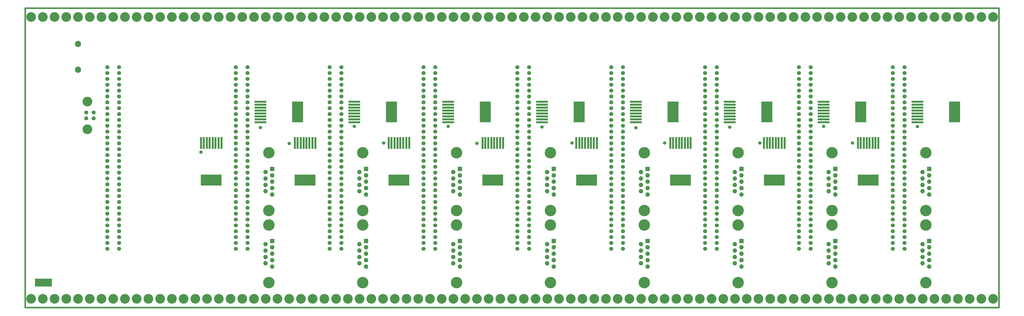
<source format=gbs>
%FSTAX23Y23*%
%MOIN*%
%SFA1B1*%

%IPPOS*%
%ADD13C,0.027559*%
%ADD27R,0.288188X0.134252*%
%ADD28C,0.106299*%
%ADD29C,0.165354*%
%ADD30C,0.068110*%
%ADD31C,0.195275*%
%ADD32R,0.074409X0.074409*%
%ADD33C,0.074409*%
%ADD34C,0.057874*%
%ADD35R,0.354330X0.185039*%
%ADD36R,0.037795X0.204724*%
%ADD37R,0.185039X0.354330*%
%ADD38R,0.204724X0.037795*%
%LNbackplane-1*%
%LPD*%
G54D13*
X01829Y02079D02*
X18429D01*
Y0719*
X01829D02*
X18429D01*
X01829D02*
Y02079D01*
G54D27*
X0214Y02507D03*
G54D28*
X02729Y0614D03*
Y06579D03*
G54D29*
X18129Y02229D03*
X17729D03*
X17329D03*
X16929D03*
X16529D03*
X16129D03*
X15729D03*
X15329D03*
X14929D03*
X14529D03*
X14129D03*
X13729D03*
X13329D03*
X12929D03*
X12529D03*
X12129D03*
X11729D03*
X11329D03*
X10929D03*
X10529D03*
X10129D03*
X09729D03*
X09329D03*
X08929D03*
X08529D03*
X08129D03*
X07729D03*
X07329D03*
X06929D03*
X06529D03*
X06129D03*
X05729D03*
X05329D03*
X04929D03*
X04529D03*
X04129D03*
X03729D03*
X03329D03*
X02929D03*
X02529D03*
X02129D03*
X18329Y02229D03*
X17929D03*
X17529D03*
X17129D03*
X16729D03*
X16329D03*
X15929D03*
X15529D03*
X15129D03*
X14729D03*
X14329D03*
X13929D03*
X13529D03*
X13129D03*
X12729D03*
X12329D03*
X11929D03*
X11529D03*
X11129D03*
X10729D03*
X10329D03*
X09929D03*
X09529D03*
X09129D03*
X08729D03*
X08329D03*
X07929D03*
X07529D03*
X07129D03*
X06729D03*
X06329D03*
X05929D03*
X05529D03*
X05129D03*
X04729D03*
X04329D03*
X03929D03*
X03529D03*
X03129D03*
X02729D03*
X02329D03*
X01929D03*
X18129Y0704D03*
X17729D03*
X17329D03*
X16929D03*
X16529D03*
X16129D03*
X15729D03*
X15329D03*
X14929D03*
X14529D03*
X14129D03*
X13729D03*
X13329D03*
X12929D03*
X12529D03*
X12129D03*
X11729D03*
X11329D03*
X10929D03*
X10529D03*
X10129D03*
X09729D03*
X09329D03*
X08929D03*
X08529D03*
X08129D03*
X07729D03*
X07329D03*
X06929D03*
X06529D03*
X06129D03*
X05729D03*
X05329D03*
X04929D03*
X04529D03*
X04129D03*
X03729D03*
X03329D03*
X02929D03*
X02529D03*
X02129D03*
D03*
X18329Y0704D03*
X17929D03*
X17529D03*
X17129D03*
X16729D03*
X16329D03*
X15929D03*
X15529D03*
X15129D03*
X14729D03*
X14329D03*
X13929D03*
X13529D03*
X13129D03*
X12729D03*
X12329D03*
X11929D03*
X11529D03*
X11129D03*
X10729D03*
X10329D03*
X09929D03*
X09529D03*
X09129D03*
X08729D03*
X08329D03*
X07929D03*
X07529D03*
X07129D03*
X06729D03*
X06329D03*
X05929D03*
X05529D03*
X05129D03*
X04729D03*
X04329D03*
X03929D03*
X03529D03*
X03129D03*
X02729D03*
X02329D03*
X02889Y05596D03*
Y05122D03*
X01929Y0704D03*
G54D30*
X0287Y0531D03*
Y05409D03*
X02996D03*
Y0531D03*
X1682Y06185D03*
Y06085D03*
Y05985D03*
Y05885D03*
Y05785D03*
Y05685D03*
Y05585D03*
Y05485D03*
Y05385D03*
Y05285D03*
Y05185D03*
Y05085D03*
Y04985D03*
Y04885D03*
Y04785D03*
Y04685D03*
Y04585D03*
Y04485D03*
Y04385D03*
Y04285D03*
Y04185D03*
Y04085D03*
Y03985D03*
Y03885D03*
Y03785D03*
Y03685D03*
Y03585D03*
Y03485D03*
Y03385D03*
Y03285D03*
Y03185D03*
Y03085D03*
X1662Y06185D03*
Y06085D03*
Y05985D03*
Y05885D03*
Y05785D03*
Y05685D03*
Y05585D03*
Y05485D03*
Y05385D03*
Y05285D03*
Y05185D03*
Y05085D03*
Y04985D03*
Y04885D03*
Y04785D03*
Y04685D03*
Y04585D03*
Y04485D03*
Y04385D03*
Y04285D03*
Y04185D03*
Y04085D03*
Y03985D03*
Y03885D03*
Y03785D03*
Y03685D03*
Y03585D03*
Y03485D03*
Y03385D03*
Y03285D03*
Y03185D03*
Y03085D03*
X1522Y06185D03*
Y06085D03*
Y05985D03*
Y05885D03*
Y05785D03*
Y05685D03*
Y05585D03*
Y05485D03*
Y05385D03*
Y05285D03*
Y05185D03*
Y05085D03*
Y04985D03*
Y04885D03*
Y04785D03*
Y04685D03*
Y04585D03*
Y04485D03*
Y04385D03*
Y04285D03*
Y04185D03*
Y04085D03*
Y03985D03*
Y03885D03*
Y03785D03*
Y03685D03*
Y03585D03*
Y03485D03*
Y03385D03*
Y03285D03*
Y03185D03*
Y03085D03*
X1502Y06185D03*
Y06085D03*
Y05985D03*
Y05885D03*
Y05785D03*
Y05685D03*
Y05585D03*
Y05485D03*
Y05385D03*
Y05285D03*
Y05185D03*
Y05085D03*
Y04985D03*
Y04885D03*
Y04785D03*
Y04685D03*
Y04585D03*
Y04485D03*
Y04385D03*
Y04285D03*
Y04185D03*
Y04085D03*
Y03985D03*
Y03885D03*
Y03785D03*
Y03685D03*
Y03585D03*
Y03485D03*
Y03385D03*
Y03285D03*
Y03185D03*
Y03085D03*
X1362Y06185D03*
Y06085D03*
Y05985D03*
Y05885D03*
Y05785D03*
Y05685D03*
Y05585D03*
Y05485D03*
Y05385D03*
Y05285D03*
Y05185D03*
Y05085D03*
Y04985D03*
Y04885D03*
Y04785D03*
Y04685D03*
Y04585D03*
Y04485D03*
Y04385D03*
Y04285D03*
Y04185D03*
Y04085D03*
Y03985D03*
Y03885D03*
Y03785D03*
Y03685D03*
Y03585D03*
Y03485D03*
Y03385D03*
Y03285D03*
Y03185D03*
Y03085D03*
X1342Y06185D03*
Y06085D03*
Y05985D03*
Y05885D03*
Y05785D03*
Y05685D03*
Y05585D03*
Y05485D03*
Y05385D03*
Y05285D03*
Y05185D03*
Y05085D03*
Y04985D03*
Y04885D03*
Y04785D03*
Y04685D03*
Y04585D03*
Y04485D03*
Y04385D03*
Y04285D03*
Y04185D03*
Y04085D03*
Y03985D03*
Y03885D03*
Y03785D03*
Y03685D03*
Y03585D03*
Y03485D03*
Y03385D03*
Y03285D03*
Y03185D03*
Y03085D03*
X1202Y06185D03*
Y06085D03*
Y05985D03*
Y05885D03*
Y05785D03*
Y05685D03*
Y05585D03*
Y05485D03*
Y05385D03*
Y05285D03*
Y05185D03*
Y05085D03*
Y04985D03*
Y04885D03*
Y04785D03*
Y04685D03*
Y04585D03*
Y04485D03*
Y04385D03*
Y04285D03*
Y04185D03*
Y04085D03*
Y03985D03*
Y03885D03*
Y03785D03*
Y03685D03*
Y03585D03*
Y03485D03*
Y03385D03*
Y03285D03*
Y03185D03*
Y03085D03*
X1182Y06185D03*
Y06085D03*
Y05985D03*
Y05885D03*
Y05785D03*
Y05685D03*
Y05585D03*
Y05485D03*
Y05385D03*
Y05285D03*
Y05185D03*
Y05085D03*
Y04985D03*
Y04885D03*
Y04785D03*
Y04685D03*
Y04585D03*
Y04485D03*
Y04385D03*
Y04285D03*
Y04185D03*
Y04085D03*
Y03985D03*
Y03885D03*
Y03785D03*
Y03685D03*
Y03585D03*
Y03485D03*
Y03385D03*
Y03285D03*
Y03185D03*
Y03085D03*
X1042Y06185D03*
Y06085D03*
Y05985D03*
Y05885D03*
Y05785D03*
Y05685D03*
Y05585D03*
Y05485D03*
Y05385D03*
Y05285D03*
Y05185D03*
Y05085D03*
Y04985D03*
Y04885D03*
Y04785D03*
Y04685D03*
Y04585D03*
Y04485D03*
Y04385D03*
Y04285D03*
Y04185D03*
Y04085D03*
Y03985D03*
Y03885D03*
Y03785D03*
Y03685D03*
Y03585D03*
Y03485D03*
Y03385D03*
Y03285D03*
Y03185D03*
Y03085D03*
X1022Y06185D03*
Y06085D03*
Y05985D03*
Y05885D03*
Y05785D03*
Y05685D03*
Y05585D03*
Y05485D03*
Y05385D03*
Y05285D03*
Y05185D03*
Y05085D03*
Y04985D03*
Y04885D03*
Y04785D03*
Y04685D03*
Y04585D03*
Y04485D03*
Y04385D03*
Y04285D03*
Y04185D03*
Y04085D03*
Y03985D03*
Y03885D03*
Y03785D03*
Y03685D03*
Y03585D03*
Y03485D03*
Y03385D03*
Y03285D03*
Y03185D03*
Y03085D03*
X0882Y06185D03*
Y06085D03*
Y05985D03*
Y05885D03*
Y05785D03*
Y05685D03*
Y05585D03*
Y05485D03*
Y05385D03*
Y05285D03*
Y05185D03*
Y05085D03*
Y04985D03*
Y04885D03*
Y04785D03*
Y04685D03*
Y04585D03*
Y04485D03*
Y04385D03*
Y04285D03*
Y04185D03*
Y04085D03*
Y03985D03*
Y03885D03*
Y03785D03*
Y03685D03*
Y03585D03*
Y03485D03*
Y03385D03*
Y03285D03*
Y03185D03*
Y03085D03*
X0862Y06185D03*
Y06085D03*
Y05985D03*
Y05885D03*
Y05785D03*
Y05685D03*
Y05585D03*
Y05485D03*
Y05385D03*
Y05285D03*
Y05185D03*
Y05085D03*
Y04985D03*
Y04885D03*
Y04785D03*
Y04685D03*
Y04585D03*
Y04485D03*
Y04385D03*
Y04285D03*
Y04185D03*
Y04085D03*
Y03985D03*
Y03885D03*
Y03785D03*
Y03685D03*
Y03585D03*
Y03485D03*
Y03385D03*
Y03285D03*
Y03185D03*
Y03085D03*
X0722Y06185D03*
Y06085D03*
Y05985D03*
Y05885D03*
Y05785D03*
Y05685D03*
Y05585D03*
Y05485D03*
Y05385D03*
Y05285D03*
Y05185D03*
Y05085D03*
Y04985D03*
Y04885D03*
Y04785D03*
Y04685D03*
Y04585D03*
Y04485D03*
Y04385D03*
Y04285D03*
Y04185D03*
Y04085D03*
Y03985D03*
Y03885D03*
Y03785D03*
Y03685D03*
Y03585D03*
Y03485D03*
Y03385D03*
Y03285D03*
Y03185D03*
Y03085D03*
X0702Y06185D03*
Y06085D03*
Y05985D03*
Y05885D03*
Y05785D03*
Y05685D03*
Y05585D03*
Y05485D03*
Y05385D03*
Y05285D03*
Y05185D03*
Y05085D03*
Y04985D03*
Y04885D03*
Y04785D03*
Y04685D03*
Y04585D03*
Y04485D03*
Y04385D03*
Y04285D03*
Y04185D03*
Y04085D03*
Y03985D03*
Y03885D03*
Y03785D03*
Y03685D03*
Y03585D03*
Y03485D03*
Y03385D03*
Y03285D03*
Y03185D03*
Y03085D03*
X03429Y06185D03*
Y06085D03*
Y05985D03*
Y05885D03*
Y05785D03*
Y05685D03*
Y05585D03*
Y05485D03*
Y05385D03*
Y05285D03*
Y05185D03*
Y05085D03*
Y04985D03*
Y04885D03*
Y04785D03*
Y04685D03*
Y04585D03*
Y04485D03*
Y04385D03*
Y04285D03*
Y04185D03*
Y04085D03*
Y03985D03*
Y03885D03*
Y03785D03*
Y03685D03*
Y03585D03*
Y03485D03*
Y03385D03*
Y03285D03*
Y03185D03*
Y03085D03*
X03229Y06185D03*
Y06085D03*
Y05985D03*
Y05885D03*
Y05785D03*
Y05685D03*
Y05585D03*
Y05485D03*
Y05385D03*
Y05285D03*
Y05185D03*
Y05085D03*
Y04985D03*
Y04885D03*
Y04785D03*
Y04685D03*
Y04585D03*
Y04485D03*
Y04385D03*
Y04285D03*
Y04185D03*
Y04085D03*
Y03985D03*
Y03885D03*
Y03785D03*
Y03685D03*
Y03585D03*
Y03485D03*
Y03385D03*
Y03285D03*
Y03185D03*
Y03085D03*
X0562Y06185D03*
Y06085D03*
Y05985D03*
Y05885D03*
Y05785D03*
Y05685D03*
Y05585D03*
Y05485D03*
Y05385D03*
Y05285D03*
Y05185D03*
Y05085D03*
Y04985D03*
Y04885D03*
Y04785D03*
Y04685D03*
Y04585D03*
Y04485D03*
Y04385D03*
Y04285D03*
Y04185D03*
Y04085D03*
Y03985D03*
Y03885D03*
Y03785D03*
Y03685D03*
Y03585D03*
Y03485D03*
Y03385D03*
Y03285D03*
Y03185D03*
Y03085D03*
X0542Y06185D03*
Y06085D03*
Y05985D03*
Y05885D03*
Y05785D03*
Y05685D03*
Y05585D03*
Y05485D03*
Y05385D03*
Y05285D03*
Y05185D03*
Y05085D03*
Y04985D03*
Y04885D03*
Y04785D03*
Y04685D03*
Y04585D03*
Y04485D03*
Y04385D03*
Y04285D03*
Y04185D03*
Y04085D03*
Y03985D03*
Y03885D03*
Y03785D03*
Y03685D03*
Y03585D03*
Y03485D03*
Y03385D03*
Y03285D03*
Y03185D03*
Y03085D03*
G54D31*
X05983Y02508D03*
Y03491D03*
Y03738D03*
Y04722D03*
X07583Y02508D03*
Y03491D03*
X09183Y02508D03*
Y03491D03*
X10783Y02508D03*
Y03491D03*
X12383Y02508D03*
Y03491D03*
X13983Y02508D03*
Y03491D03*
X15583Y02508D03*
Y03491D03*
X17183Y02508D03*
Y03491D03*
Y03738D03*
Y04722D03*
X15583Y03738D03*
Y04722D03*
X13983Y03738D03*
Y04722D03*
X12383Y03738D03*
Y04722D03*
X10783Y03738D03*
Y04722D03*
X09183Y03738D03*
Y04722D03*
X07583Y03738D03*
Y04722D03*
G54D32*
X06039Y03218D03*
Y04448D03*
X07639Y03218D03*
X09239D03*
X10839D03*
X12439D03*
X14039D03*
X15639D03*
X17239D03*
Y04448D03*
X15639D03*
X14039D03*
X12439D03*
X10839D03*
X09239D03*
X07639D03*
G54D33*
X05927Y03163D03*
X06039Y03109D03*
X05927Y03054D03*
X06039Y03D03*
X05927Y02945D03*
X06039Y0289D03*
X05927Y02836D03*
X06039Y02781D03*
X05927Y04393D03*
X06039Y04338D03*
X05927Y04284D03*
X06039Y04229D03*
X05927Y04175D03*
X06039Y0412D03*
X05927Y04066D03*
X06039Y04011D03*
X07527Y03163D03*
X07639Y03109D03*
X07527Y03054D03*
X07639Y03D03*
X07527Y02945D03*
X07639Y0289D03*
X07527Y02836D03*
X07639Y02781D03*
X09127Y03163D03*
X09239Y03109D03*
X09127Y03054D03*
X09239Y03D03*
X09127Y02945D03*
X09239Y0289D03*
X09127Y02836D03*
X09239Y02781D03*
X10727Y03163D03*
X10839Y03109D03*
X10727Y03054D03*
X10839Y03D03*
X10727Y02945D03*
X10839Y0289D03*
X10727Y02836D03*
X10839Y02781D03*
X12327Y03163D03*
X12439Y03109D03*
X12327Y03054D03*
X12439Y03D03*
X12327Y02945D03*
X12439Y0289D03*
X12327Y02836D03*
X12439Y02781D03*
X13927Y03163D03*
X14039Y03109D03*
X13927Y03054D03*
X14039Y03D03*
X13927Y02945D03*
X14039Y0289D03*
X13927Y02836D03*
X14039Y02781D03*
X15527Y03163D03*
X15639Y03109D03*
X15527Y03054D03*
X15639Y03D03*
X15527Y02945D03*
X15639Y0289D03*
X15527Y02836D03*
X15639Y02781D03*
X17127Y03163D03*
X17239Y03109D03*
X17127Y03054D03*
X17239Y03D03*
X17127Y02945D03*
X17239Y0289D03*
X17127Y02836D03*
X17239Y02781D03*
X17127Y04393D03*
X17239Y04338D03*
X17127Y04284D03*
X17239Y04229D03*
X17127Y04175D03*
X17239Y0412D03*
X17127Y04066D03*
X17239Y04011D03*
X15527Y04393D03*
X15639Y04338D03*
X15527Y04284D03*
X15639Y04229D03*
X15527Y04175D03*
X15639Y0412D03*
X15527Y04066D03*
X15639Y04011D03*
X13927Y04393D03*
X14039Y04338D03*
X13927Y04284D03*
X14039Y04229D03*
X13927Y04175D03*
X14039Y0412D03*
X13927Y04066D03*
X14039Y04011D03*
X12327Y04393D03*
X12439Y04338D03*
X12327Y04284D03*
X12439Y04229D03*
X12327Y04175D03*
X12439Y0412D03*
X12327Y04066D03*
X12439Y04011D03*
X10727Y04393D03*
X10839Y04338D03*
X10727Y04284D03*
X10839Y04229D03*
X10727Y04175D03*
X10839Y0412D03*
X10727Y04066D03*
X10839Y04011D03*
X09127Y04393D03*
X09239Y04338D03*
X09127Y04284D03*
X09239Y04229D03*
X09127Y04175D03*
X09239Y0412D03*
X09127Y04066D03*
X09239Y04011D03*
X07527Y04393D03*
X07639Y04338D03*
X07527Y04284D03*
X07639Y04229D03*
X07527Y04175D03*
X07639Y0412D03*
X07527Y04066D03*
X07639Y04011D03*
G54D34*
X1704Y0517D03*
X1544Y05174D03*
X1384Y05159D03*
X14354Y0489D03*
X15934D03*
X12729D03*
X1224Y0515D03*
X1115Y0489D03*
X1064Y05164D03*
X0904Y05174D03*
X09529Y04885D03*
X0794Y0489D03*
X0744Y05174D03*
X06329Y04879D03*
X0584Y05154D03*
X04825Y04735D03*
G54D35*
X162Y04258D03*
X146D03*
X13D03*
X114D03*
X098D03*
X082D03*
X066D03*
X05D03*
G54D36*
X16374Y0489D03*
X16324D03*
X16275D03*
X16224D03*
X16175D03*
X16125D03*
X16074D03*
X16025D03*
X14775D03*
X14725D03*
X14674D03*
X14625D03*
X14574D03*
X14524D03*
X14475D03*
X14424D03*
X13174D03*
X13125D03*
X13075D03*
X13024D03*
X12975D03*
X12925D03*
X12874D03*
X12825D03*
X11575D03*
X11524D03*
X11474D03*
X11425D03*
X11374D03*
X11324D03*
X11275D03*
X11224D03*
X09975D03*
X09925D03*
X09874D03*
X09824D03*
X09775D03*
X09724D03*
X09674D03*
X09625D03*
X08375D03*
X08325D03*
X08274D03*
X08224D03*
X08175D03*
X08125D03*
X08074D03*
X08025D03*
X06775D03*
X06725D03*
X06674D03*
X06624D03*
X06575D03*
X06525D03*
X06474D03*
X06425D03*
X05175D03*
X05125D03*
X05074D03*
X05025D03*
X04974D03*
X04925D03*
X04874D03*
X04825D03*
G54D37*
X17672Y0542D03*
X16072D03*
X14472D03*
X12872D03*
X11272D03*
X09672D03*
X08072D03*
X06472D03*
G54D38*
X1704Y05594D03*
Y05544D03*
Y05494D03*
Y05444D03*
Y05394D03*
Y05344D03*
Y05294D03*
Y05244D03*
X1544Y05594D03*
Y05544D03*
Y05494D03*
Y05444D03*
Y05394D03*
Y05344D03*
Y05294D03*
Y05244D03*
X1384Y05594D03*
Y05544D03*
Y05494D03*
Y05444D03*
Y05394D03*
Y05344D03*
Y05294D03*
Y05244D03*
X1224Y05594D03*
Y05544D03*
Y05494D03*
Y05444D03*
Y05394D03*
Y05344D03*
Y05294D03*
Y05244D03*
X1064Y05594D03*
Y05544D03*
Y05494D03*
Y05444D03*
Y05394D03*
Y05344D03*
Y05294D03*
Y05244D03*
X0904Y05594D03*
Y05544D03*
Y05494D03*
Y05444D03*
Y05394D03*
Y05344D03*
Y05294D03*
Y05244D03*
X0744Y05594D03*
Y05544D03*
Y05494D03*
Y05444D03*
Y05394D03*
Y05344D03*
Y05294D03*
Y05244D03*
X0584Y05594D03*
Y05544D03*
Y05494D03*
Y05444D03*
Y05394D03*
Y05344D03*
Y05294D03*
Y05244D03*
M02*
</source>
